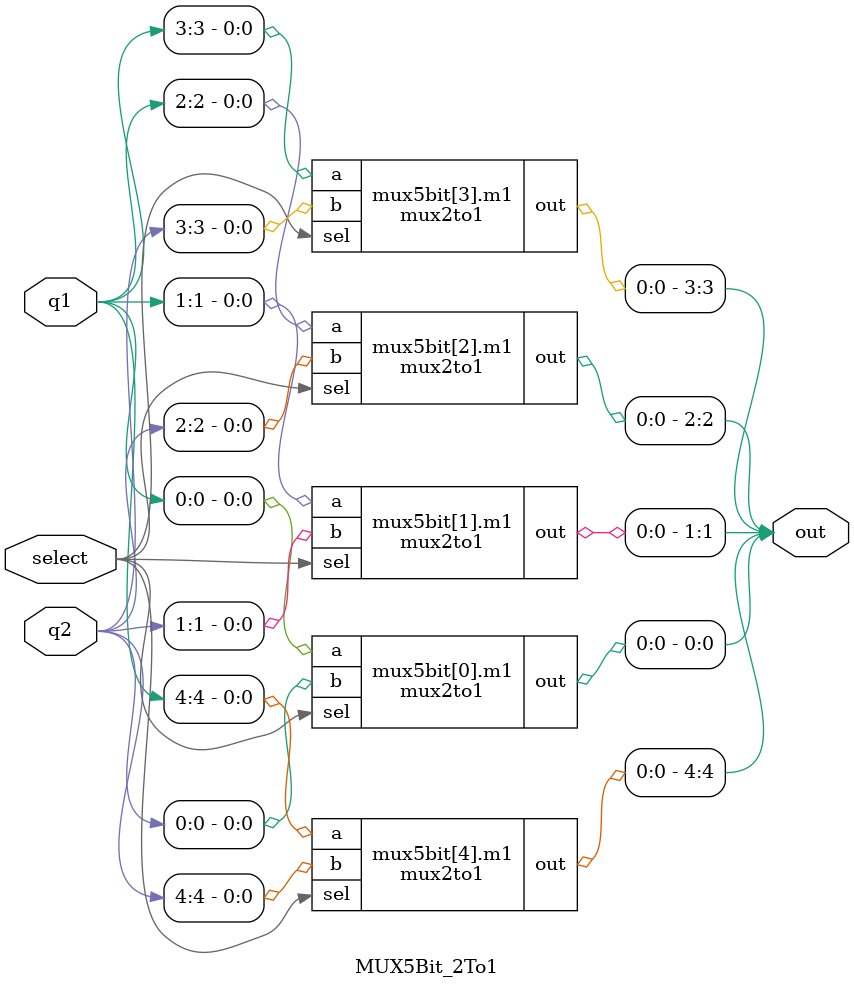
<source format=v>
`timescale 1ns / 1ps

module mux2to1(input a, b, sel,
output out);
assign out = sel? b:a;
endmodule

module MUX5Bit_2To1(output[4:0] out,
input select,
input [4:0] q1,q2);

genvar j;

generate 
for(j = 0; j <5; j=j+1)
begin: mux5bit
mux2to1 m1(q1[j], q2[j],select, out[j]);
end
endgenerate
endmodule

</source>
